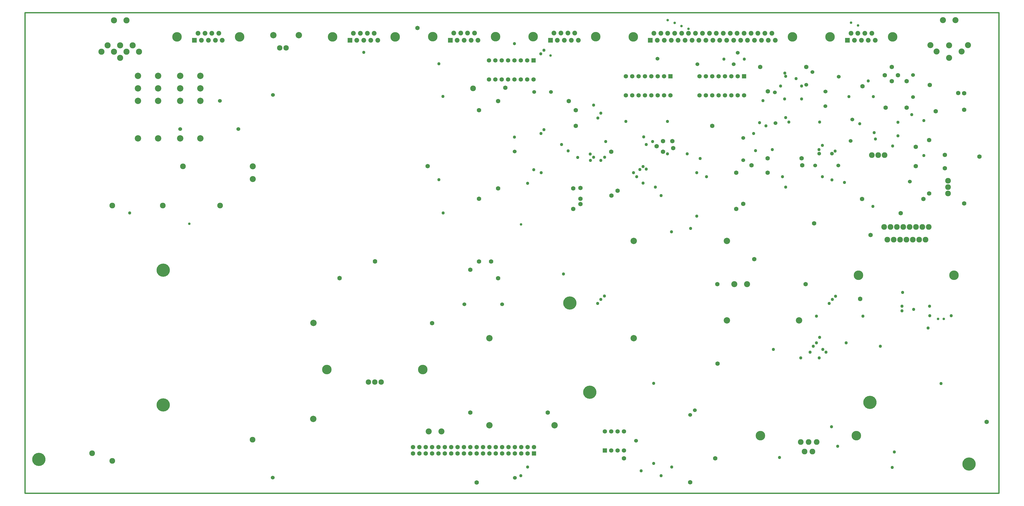
<source format=gbr>
* 
%FSLAX23Y23*%
%MOIN*%
%AD*%
%ADD10C, 0.002*%
%ADD11C, 0.005*%
%ADD12C, 0.008*%
%ADD13C, 0.010*%
%ADD14C, 0.015*%
%ADD15C, 0.020*%
%ADD16C, 0.025*%
%ADD17C, 0.025*%
%ADD18C, 0.029*%
%ADD19C, 0.030*%
%ADD70R, 0.035X0.070*%
%ADD71C, 0.035*%
%ADD20C, 0.039*%
%ADD21C, 0.040*%
%ADD22C, 0.040*%
%ADD23C, 0.045*%
%ADD24R, 0.049X0.065*%
%ADD25R, 0.050X0.058*%
%ADD26C, 0.050*%
%ADD27C, 0.050*%
%ADD28R, 0.052X0.065*%
%ADD29R, 0.052X0.065*%
%ADD72C, 0.055*%
%ADD73C, 0.058*%
%ADD30C, 0.060*%
%ADD31C, 0.060*%
%ADD32R, 0.061X0.089*%
%ADD33R, 0.061X0.089*%
%ADD34R, 0.065X0.052*%
%ADD35C, 0.065*%
%ADD36R, 0.065X0.065*%
%ADD37R, 0.065X0.065*%
%ADD38R, 0.065X0.049*%
%ADD39C, 0.069*%
%ADD40R, 0.070X0.070*%
%ADD41R, 0.070X0.035*%
%ADD42C, 0.070*%
%ADD43R, 0.072X0.072*%
%ADD44R, 0.072X0.072*%
%ADD45R, 0.072X0.072*%
%ADD46R, 0.073X0.128*%
%ADD47R, 0.073X0.128*%
%ADD48R, 0.073X0.128*%
%ADD49R, 0.075X0.075*%
%ADD50C, 0.075*%
%ADD52C, 0.085*%
%ADD53R, 0.088X0.120*%
%ADD54R, 0.088X0.120*%
%ADD55R, 0.089X0.089*%
%ADD56C, 0.090*%
%ADD57R, 0.095X0.110*%
%ADD58C, 0.095*%
%ADD59R, 0.095X0.120*%
%ADD60R, 0.096X0.037*%
%ADD61C, 0.096*%
%ADD62R, 0.100X0.095*%
%ADD63R, 0.100X0.095*%
%ADD64C, 0.100*%
%ADD65R, 0.100X0.095*%
%ADD66R, 0.104X0.041*%
%ADD67R, 0.105X0.170*%
%ADD68R, 0.140X0.245*%
%ADD69C, 0.150*%
%ADD74C, 0.208*%
%ADD75R, 0.245X0.140*%
%ADD76R, 0.245X0.140*%
%ADD77R, 0.274X0.274*%
%ADD78R, 0.274X0.274*%
%ADD79R, 0.274X0.274*%
%ADD80R, 0.405X0.135*%
%ADD81R, 0.405X0.135*%
G54D21*G1X10781Y11124D3*G1X12950Y11542D3*G1X15503Y11640D3*G1X15612Y11596D3*G1X12622Y11681D3*G1X12732Y11636D3*G1X12840Y11588D3*G1X16870Y06981D3*G1X16957Y06981D3*G1X16870Y06981D3*G1X16957Y06981D3*G1X05109Y08478D3*G1X10320Y08468D3*G54D26*G1X15846Y08751D3*G1X16646Y09550D3*G1X16646Y10100D3*G1X13504Y11068D3*G1X13824Y11068D3*G1X10214Y11309D3*G1X15469Y10476D3*G1X15852Y10476D3*G1X14394Y10643D3*G1X14724Y10643D3*G1X14476Y10797D3*G1X15772Y10724D3*G1X14526Y10076D3*G1X15007Y10076D3*G1X14166Y10016D3*G1X14118Y10413D3*G1X14066Y10066D3*G1X14166Y10016D3*G1X14458Y10440D3*G1X14724Y10440D3*G1X14424Y09218D3*G1X15051Y09218D3*G1X14266Y09644D3*G1X14999Y09644D3*G1X14637Y10759D3*G1X14476Y10797D3*G1X14001Y09627D3*G1X15053Y09711D3*G1X13972Y09896D3*G1X10631Y09895D3*G1X10629Y11149D3*G1X15201Y09166D3*G1X09029Y09170D3*G1X09028Y10994D3*G1X07850Y11172D3*G1X15251Y09620D3*G1X10678Y09957D3*G1X10677Y11208D3*G1X12246Y09842D3*G1X10216Y09841D3*G1X12385Y09771D3*G1X11650Y09771D3*G1X12285Y09724D3*G1X10954Y09724D3*G1X12285Y09338D3*G1X16156Y09699D3*G1X12981Y08403D3*G1X12929Y09577D3*G1X12618Y09577D3*G1X12618Y10088D3*G1X11964Y10088D3*G1X13079Y08597D3*G1X13080Y09281D3*G1X12085Y09281D3*G1X12135Y09216D3*G1X13231Y09216D3*G1X11404Y09573D3*G1X11209Y09520D3*G1X11410Y09473D3*G1X11572Y09473D3*G1X11571Y10216D3*G1X11458Y10342D3*G1X14377Y04801D3*G1X15194Y05284D3*G1X16183Y04885D3*G1X15292Y04978D3*G1X16149Y04642D3*G1X16302Y07181D3*G1X16735Y07181D3*G1X16301Y07106D3*G1X16486Y07131D3*G1X14909Y06549D3*G1X15962Y06549D3*G1X14959Y06603D3*G1X15425Y06603D3*G1X15008Y06690D3*G1X16711Y06835D3*G1X15058Y06501D3*G1X14281Y06501D3*G1X15109Y06455D3*G1X14859Y06455D3*G1X14711Y06365D3*G1X15003Y06365D3*G1X14959Y07022D3*G1X15688Y07023D3*G1X15259Y07338D3*G1X11630Y07339D3*G1X11632Y09522D3*G1X11459Y09522D3*G1X15209Y07285D3*G1X11572Y07286D3*G1X11572Y09473D3*G1X11410Y09473D3*G1X11523Y07223D3*G1X15159Y07223D3*G1X11524Y10141D3*G1X12235Y09115D3*G1X10423Y09114D3*G1X10985Y07685D3*G1X16313Y07397D3*G1X11404Y09573D3*G1X13131Y09503D3*G1X11058Y09623D3*G1X12235Y09375D3*G1X12683Y08351D3*G1X12685Y04651D3*G1X10422Y04651D3*G1X12185Y09329D3*G1X10519Y09327D3*G1X12085Y09281D3*G1X10634Y09280D3*G1X15400Y09126D3*G1X12519Y08921D3*G1X12519Y04512D3*G1X10314Y04512D3*G1X16916Y05962D3*G1X12401Y05968D3*G1X12401Y04708D3*G1X04173Y08645D3*G1X09094Y08645D3*G1X09092Y10481D3*G1X14461Y10847D3*G1X15864Y09911D3*G1X15639Y10051D3*G1X15496Y09780D3*G1X15885Y09811D3*G1X16237Y10072D3*G1X16237Y09861D3*G1X16455Y10194D3*G1X14475Y10145D3*G1X14475Y09052D3*G1X12427Y09053D3*G1X16738Y07031D3*G1X17074Y07031D3*G1X12204Y04590D3*G54D73*G1X15001Y09580D3*G1X15201Y09580D3*G54D30*G1X13723Y11166D3*G1X13087Y10988D3*G1X13658Y10987D3*G1X12461Y11072D3*G1X15308Y10789D3*G1X14896Y10863D3*G1X15100Y10327D3*G1X15100Y10558D3*G1X14800Y10664D3*G1X15101Y10558D3*G1X14938Y09394D3*G1X15301Y09394D3*G1X13809Y09827D3*G1X13809Y09475D3*G1X12974Y05470D3*G1X13049Y05544D3*G1X16517Y09382D3*G1X16517Y09688D3*G1X16517Y09382D3*G1X16426Y09141D3*G1X10524Y10550D3*G1X10787Y10549D3*G1X14316Y10061D3*G1X14304Y10543D3*G1X06422Y10502D3*G1X06417Y04482D3*G1X10222Y04479D3*G1X05877Y09967D3*G1X10219Y09612D3*G1X09429Y07211D3*G1X10021Y07211D3*G1X16517Y09688D3*G1X16475Y10470D3*G1X16475Y10815D3*G1X16033Y10815D3*G1X15522Y10116D3*G1X15496Y09780D3*G1X05587Y10410D3*G1X05877Y09967D3*G1X04964Y09966D3*G1X12125Y05063D3*G54D35*G1X12564Y10796D3*G1X12464Y10796D3*G1X12364Y10796D3*G1X12264Y10796D3*G1X12164Y10796D3*G1X12064Y10796D3*G1X11964Y10796D3*G1X11964Y10496D3*G1X12064Y10496D3*G1X12164Y10496D3*G1X12264Y10496D3*G1X12364Y10496D3*G1X12464Y10496D3*G1X12564Y10496D3*G1X12664Y10496D3*G1X11734Y04909D3*G1X11834Y04909D3*G1X11934Y04909D3*G1X11934Y05209D3*G1X11834Y05209D3*G1X11734Y05209D3*G1X11634Y05209D3*G1X10414Y11045D3*G1X10314Y11045D3*G1X10214Y11045D3*G1X10114Y11045D3*G1X10014Y11045D3*G1X09914Y11045D3*G1X09814Y11045D3*G1X09814Y10745D3*G1X09914Y10745D3*G1X10014Y10745D3*G1X10114Y10745D3*G1X10214Y10745D3*G1X10314Y10745D3*G1X10414Y10745D3*G1X10514Y10745D3*G1X13723Y10797D3*G1X13623Y10797D3*G1X13523Y10797D3*G1X13423Y10797D3*G1X13323Y10797D3*G1X13223Y10797D3*G1X13123Y10797D3*G1X13123Y10497D3*G1X13223Y10497D3*G1X13323Y10497D3*G1X13423Y10497D3*G1X13523Y10497D3*G1X13623Y10497D3*G1X13723Y10497D3*G1X13823Y10497D3*G54D36*G1X12664Y10796D3*G1X10514Y11045D3*G1X13823Y10797D3*G54D37*G1X11634Y04909D3*G54D39*G1X12564Y10796D3*G1X12464Y10796D3*G1X12364Y10796D3*G1X12264Y10796D3*G1X12164Y10796D3*G1X12064Y10796D3*G1X11964Y10796D3*G1X11964Y10496D3*G1X12064Y10496D3*G1X12164Y10496D3*G1X12264Y10496D3*G1X12364Y10496D3*G1X12464Y10496D3*G1X12564Y10496D3*G1X12664Y10496D3*G1X11734Y04909D3*G1X11834Y04909D3*G1X11934Y04909D3*G1X11934Y05209D3*G1X11834Y05209D3*G1X11734Y05209D3*G1X11634Y05209D3*G1X10414Y11045D3*G1X10314Y11045D3*G1X10214Y11045D3*G1X10114Y11045D3*G1X10014Y11045D3*G1X09914Y11045D3*G1X09814Y11045D3*G1X09814Y10745D3*G1X09914Y10745D3*G1X10014Y10745D3*G1X10114Y10745D3*G1X10214Y10745D3*G1X10314Y10745D3*G1X10414Y10745D3*G1X10514Y10745D3*G1X13723Y10797D3*G1X13623Y10797D3*G1X13523Y10797D3*G1X13423Y10797D3*G1X13323Y10797D3*G1X13223Y10797D3*G1X13123Y10797D3*G1X13123Y10497D3*G1X13223Y10497D3*G1X13323Y10497D3*G1X13423Y10497D3*G1X13523Y10497D3*G1X13623Y10497D3*G1X13723Y10497D3*G1X13823Y10497D3*G54D40*G1X10522Y04864D3*G54D42*G1X10422Y04864D3*G1X10322Y04864D3*G1X10222Y04864D3*G1X10122Y04864D3*G1X10022Y04864D3*G1X09922Y04864D3*G1X09822Y04864D3*G1X09722Y04864D3*G1X09622Y04864D3*G1X09522Y04864D3*G1X09422Y04864D3*G1X09322Y04864D3*G1X09222Y04864D3*G1X09122Y04864D3*G1X09022Y04864D3*G1X08922Y04864D3*G1X08822Y04864D3*G1X08722Y04864D3*G1X08622Y04864D3*G1X08622Y04964D3*G1X08722Y04964D3*G1X08822Y04964D3*G1X08922Y04964D3*G1X09022Y04964D3*G1X09122Y04964D3*G1X09222Y04964D3*G1X09322Y04964D3*G1X09422Y04964D3*G1X09522Y04964D3*G1X09622Y04964D3*G1X09722Y04964D3*G1X09822Y04964D3*G1X09922Y04964D3*G1X10022Y04964D3*G1X10122Y04964D3*G1X10222Y04964D3*G1X10322Y04964D3*G1X10422Y04964D3*G1X10522Y04964D3*G1X17186Y10532D3*G1X16740Y10660D3*G1X17277Y10529D3*G1X16831Y10246D3*G1X15681Y10640D3*G1X16143Y10721D3*G1X16283Y08644D3*G1X14922Y08483D3*G1X16730Y09793D3*G1X16729Y08953D3*G1X11934Y04785D3*G1X13368Y04786D3*G1X09522Y05505D3*G1X07468Y07624D3*G1X09959Y07621D3*G1X09959Y10408D3*G1X11068Y10407D3*G1X08024Y07885D3*G1X09659Y07883D3*G1X09658Y10262D3*G1X11179Y10263D3*G1X11068Y10407D3*G1X11179Y10018D3*G1X13323Y10018D3*G1X14194Y10559D3*G1X07468Y07623D3*G1X09959Y07621D3*G1X09959Y09033D3*G1X11140Y09034D3*G1X08024Y07884D3*G1X09659Y07883D3*G1X09659Y08869D3*G1X11251Y08869D3*G1X11140Y09032D3*G1X11737Y08921D3*G1X11251Y09041D3*G1X11835Y08998D3*G1X12448Y09698D3*G1X12708Y09666D3*G1X12696Y09778D3*G1X12548Y09777D3*G1X12548Y09609D3*G1X11735Y09610D3*G1X11140Y08709D3*G1X13700Y08710D3*G1X11251Y08787D3*G1X13809Y08789D3*G1X13699Y09280D3*G1X14192Y09280D3*G1X14192Y09505D3*G1X14725Y09505D3*G1X13937Y09395D3*G1X14736Y09395D3*G1X14076Y10944D3*G1X16143Y10944D3*G1X14076Y10944D3*G1X14800Y10944D3*G1X16517Y09687D3*G1X16517Y09382D3*G1X16975Y09350D3*G1X16975Y09560D3*G1X17277Y10271D3*G1X17278Y08798D3*G1X16640Y08866D3*G1X15674Y08868D3*G1X17633Y05360D3*G1X12974Y04410D3*G1X09622Y04407D3*G1X10072Y10616D3*G1X09959Y07621D3*G1X07468Y07621D3*G1X09849Y07884D3*G1X08024Y07884D3*G1X08923Y06913D3*G1X16046Y10303D3*G1X16374Y10303D3*G1X16374Y10721D3*G1X16143Y10721D3*G1X16240Y10814D3*G1X16033Y10814D3*G1X16730Y09793D3*G1X16143Y10721D3*G1X15644Y07294D3*G1X15809Y08299D3*G1X13403Y07525D3*G1X13404Y06275D3*G1X13981Y07920D3*G1X09523Y07754D3*G1X09521Y05505D3*G1X08852Y09382D3*G1X09521Y05505D3*G1X10740Y05505D3*G1X14788Y07525D3*G1X15645Y07295D3*G1X08692Y11558D3*G1X17520Y09532D3*G54D49*G1X05190Y11362D3*G1X12350Y11362D3*G1X07631Y11362D3*G1X09207Y11363D3*G1X15446Y11362D3*G1X10781Y11363D3*G54D50*G1X05626Y11362D3*G1X05517Y11362D3*G1X05408Y11362D3*G1X05299Y11362D3*G1X05572Y11474D3*G1X05463Y11474D3*G1X05354Y11474D3*G1X05245Y11474D3*G1X14312Y11362D3*G1X14203Y11362D3*G1X14094Y11362D3*G1X13985Y11362D3*G1X13876Y11362D3*G1X13767Y11362D3*G1X13658Y11362D3*G1X13549Y11362D3*G1X13440Y11362D3*G1X13331Y11362D3*G1X13222Y11362D3*G1X13113Y11362D3*G1X13004Y11362D3*G1X12895Y11362D3*G1X12786Y11362D3*G1X12677Y11362D3*G1X12568Y11362D3*G1X12459Y11362D3*G1X14258Y11474D3*G1X14149Y11474D3*G1X14040Y11474D3*G1X13931Y11474D3*G1X13822Y11474D3*G1X13713Y11474D3*G1X13604Y11474D3*G1X13495Y11474D3*G1X13386Y11474D3*G1X13277Y11474D3*G1X13168Y11474D3*G1X13059Y11474D3*G1X12950Y11474D3*G1X12841Y11474D3*G1X12732Y11474D3*G1X12623Y11474D3*G1X12514Y11474D3*G1X12405Y11474D3*G1X08067Y11362D3*G1X07958Y11362D3*G1X07849Y11362D3*G1X07740Y11362D3*G1X08013Y11474D3*G1X07904Y11474D3*G1X07795Y11474D3*G1X07686Y11474D3*G1X09643Y11363D3*G1X09534Y11363D3*G1X09425Y11363D3*G1X09316Y11363D3*G1X09589Y11475D3*G1X09480Y11475D3*G1X09371Y11475D3*G1X09262Y11475D3*G1X15882Y11362D3*G1X15773Y11362D3*G1X15664Y11362D3*G1X15555Y11362D3*G1X15828Y11474D3*G1X15719Y11474D3*G1X15610Y11474D3*G1X15501Y11474D3*G1X11217Y11363D3*G1X11108Y11363D3*G1X10999Y11363D3*G1X10890Y11363D3*G1X11163Y11475D3*G1X11054Y11475D3*G1X10945Y11475D3*G1X10836Y11475D3*G54D52*G1X06529Y11242D3*G1X06629Y11244D3*G1X08123Y05988D3*G1X08023Y05988D3*G1X07923Y05988D3*G54D56*G1X14961Y05043D3*G1X14836Y05043D3*G1X14711Y05043D3*G1X14771Y04893D3*G1X14896Y04894D3*G1X16721Y08425D3*G1X16671Y08225D3*G1X16621Y08425D3*G1X16571Y08225D3*G1X16521Y08425D3*G1X16471Y08225D3*G1X16421Y08425D3*G1X16371Y08225D3*G1X16321Y08425D3*G1X16271Y08225D3*G1X16221Y08425D3*G1X16171Y08225D3*G1X16121Y08425D3*G1X16071Y08225D3*G1X16021Y08425D3*G1X17026Y08953D3*G1X17026Y09053D3*G1X17026Y09153D3*G1X15827Y09557D3*G1X15927Y09557D3*G1X16027Y09557D3*G1X09565Y10605D3*G1X06103Y05079D3*G1X05009Y09379D3*G1X03582Y04866D3*G1X03897Y04748D3*G1X04692Y08763D3*G1X05591Y08763D3*G1X03897Y08764D3*G54D58*G1X16747Y11285D3*G1X16846Y11186D3*G1X17041Y11284D3*G1X17240Y11186D3*G1X17337Y11285D3*G1X17041Y11088D3*G1X17142Y11680D3*G1X16944Y11679D3*G1X09070Y05211D3*G1X08870Y05211D3*G1X13668Y07525D3*G1X13868Y07525D3*G1X06106Y09181D3*G1X06106Y09381D3*G54D61*G1X04121Y11676D3*G1X03924Y11676D3*G1X04022Y11283D3*G1X04219Y11283D3*G1X03825Y11283D3*G1X03727Y11184D3*G1X03924Y11184D3*G1X04121Y11184D3*G1X04318Y11184D3*G1X04022Y11086D3*G54D64*G1X06830Y11443D3*G1X06429Y11444D3*G1X04620Y09819D3*G1X04620Y10410D3*G1X04620Y10607D3*G1X04620Y10803D3*G1X04301Y10803D3*G1X04301Y10607D3*G1X04301Y10410D3*G1X04301Y09819D3*G1X05283Y09819D3*G1X05283Y10409D3*G1X05283Y10606D3*G1X05283Y10803D3*G1X04964Y10803D3*G1X04964Y10606D3*G1X04964Y10409D3*G1X04964Y09819D3*G1X10846Y05307D3*G1X09822Y05307D3*G1X07057Y06915D3*G1X07056Y05408D3*G1X13553Y06958D3*G1X14685Y06957D3*G1X13551Y08206D3*G1X12087Y08206D3*G1X12087Y06677D3*G1X09822Y06677D3*G54D69*G1X05900Y11418D3*G1X04916Y11418D3*G1X14581Y11418D3*G1X12081Y11418D3*G1X08341Y11418D3*G1X07357Y11418D3*G1X09917Y11419D3*G1X08933Y11419D3*G1X16156Y11418D3*G1X15172Y11418D3*G1X11491Y11419D3*G1X10507Y11419D3*G1X07267Y06183D3*G1X08775Y06183D3*G1X14077Y05143D3*G1X15585Y05143D3*G1X15618Y07668D3*G1X17118Y07668D3*G54D74*G1X04700Y05626D3*G1X04700Y07746D3*G1X11400Y05826D3*G1X11085Y07231D3*G1X17355Y04696D3*G1X02744Y04771D3*G1X15800Y05666D3*G54D15*G1X02528Y11796D2*G1X17825Y11795D1*G1X17825Y04236D1*G1X02529Y04236D1*G1X02528Y11796D1*G1X02528Y11796D2*M2*
</source>
